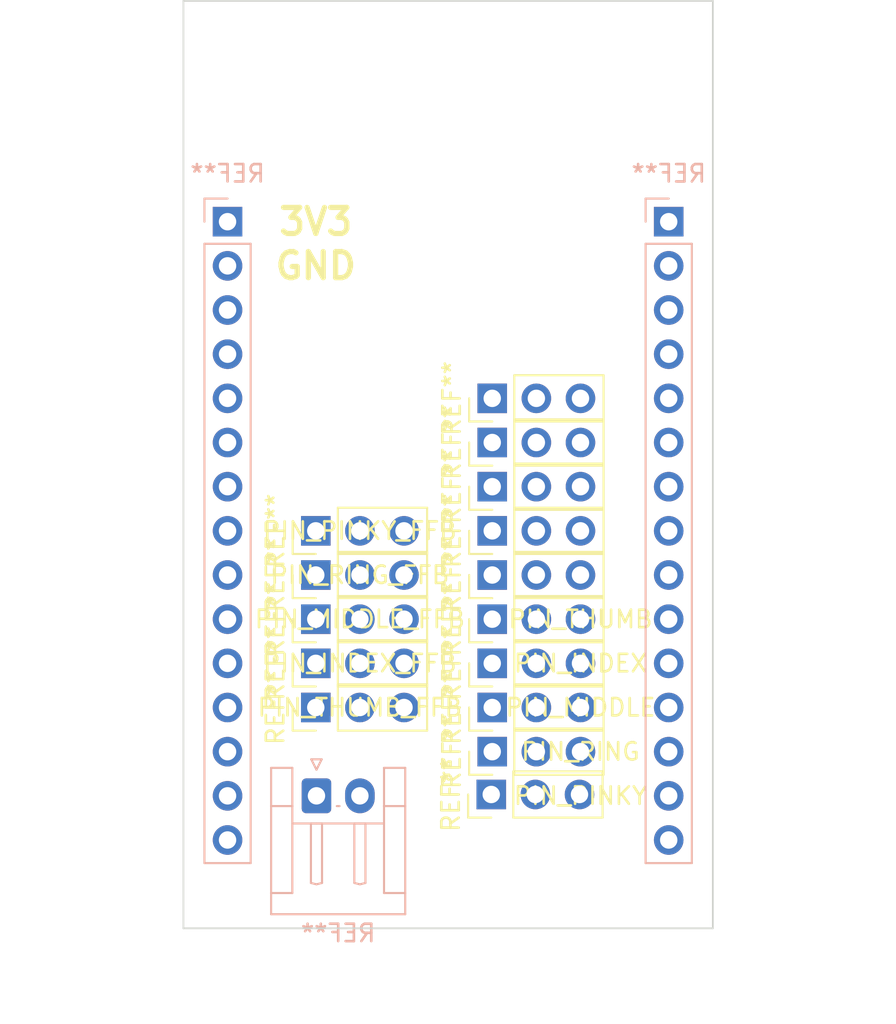
<source format=kicad_pcb>
(kicad_pcb (version 20211014) (generator pcbnew)
  (layers (0 "F.Cu" signal) (31 "B.Cu" signal) (34 "B.Paste" user) (35 "F.Paste" user) (36 "B.SilkS" user "B.Silkscreen") (37 "F.SilkS" user "F.Silkscreen") (38 "B.Mask" user) (39 "F.Mask" user) (44 "Edge.Cuts" user))
  (net 0 "")
  (footprint "Connector_PinHeader_2.54mm:PinHeader_1x03_P2.54mm_Vertical" (layer "F.Cu") (at 182.88 109.22 90)
    (fp_text reference "REF**" (at 0 -2.33 90) (layer "F.SilkS"))
    (fp_text value "PinHeader_1x03_P2.54mm_Vertical")
    (fp_line (start 1.33 1.27) (end 1.33 6.41) (layer "F.SilkS") (width 0.12))
    (fp_line (start -1.33 1.27) (end 1.33 1.27) (layer "F.SilkS") (width 0.12))
    (fp_line (start -1.33 -1.33) (end 0 -1.33) (layer "F.SilkS") (width 0.12))
    (fp_line (start -1.33 1.27) (end -1.33 6.41) (layer "F.SilkS") (width 0.12))
    (fp_line (start -1.33 6.41) (end 1.33 6.41) (layer "F.SilkS") (width 0.12))
    (fp_line (start -1.33 0) (end -1.33 -1.33) (layer "F.SilkS") (width 0.12))
    (pad "1" thru_hole rect (at 0 0 90) (size 1.7 1.7) (drill 1) (layers *.Cu *.Mask))
    (pad "2" thru_hole oval (at 0 2.54 90) (size 1.7 1.7) (drill 1) (layers *.Cu *.Mask))
    (pad "3" thru_hole oval (at 0 5.08 90) (size 1.7 1.7) (drill 1) (layers *.Cu *.Mask))
  )
  (footprint "Connector_PinHeader_2.54mm:PinHeader_1x03_P2.54mm_Vertical" (layer "F.Cu") (at 172.72 101.6 90)
    (fp_text reference "REF**" (at 0 -2.33 90) (layer "F.SilkS"))
    (fp_text value "PinHeader_1x03_P2.54mm_Vertical")
    (fp_line (start 1.33 1.27) (end 1.33 6.41) (layer "F.SilkS") (width 0.12))
    (fp_line (start -1.33 1.27) (end 1.33 1.27) (layer "F.SilkS") (width 0.12))
    (fp_line (start -1.33 -1.33) (end 0 -1.33) (layer "F.SilkS") (width 0.12))
    (fp_line (start -1.33 1.27) (end -1.33 6.41) (layer "F.SilkS") (width 0.12))
    (fp_line (start -1.33 6.41) (end 1.33 6.41) (layer "F.SilkS") (width 0.12))
    (fp_line (start -1.33 0) (end -1.33 -1.33) (layer "F.SilkS") (width 0.12))
    (pad "1" thru_hole rect (at 0 0 90) (size 1.7 1.7) (drill 1) (layers *.Cu *.Mask))
    (pad "2" thru_hole oval (at 0 2.54 90) (size 1.7 1.7) (drill 1) (layers *.Cu *.Mask))
    (pad "3" thru_hole oval (at 0 5.08 90) (size 1.7 1.7) (drill 1) (layers *.Cu *.Mask))
  )
  (footprint "Connector_PinHeader_2.54mm:PinHeader_1x03_P2.54mm_Vertical" (layer "F.Cu") (at 182.88 93.98 90)
    (fp_text reference "REF**" (at 0 -2.33 90) (layer "F.SilkS"))
    (fp_text value "PinHeader_1x03_P2.54mm_Vertical")
    (fp_line (start 1.33 1.27) (end 1.33 6.41) (layer "F.SilkS") (width 0.12))
    (fp_line (start -1.33 1.27) (end 1.33 1.27) (layer "F.SilkS") (width 0.12))
    (fp_line (start -1.33 -1.33) (end 0 -1.33) (layer "F.SilkS") (width 0.12))
    (fp_line (start -1.33 1.27) (end -1.33 6.41) (layer "F.SilkS") (width 0.12))
    (fp_line (start -1.33 6.41) (end 1.33 6.41) (layer "F.SilkS") (width 0.12))
    (fp_line (start -1.33 0) (end -1.33 -1.33) (layer "F.SilkS") (width 0.12))
    (pad "1" thru_hole rect (at 0 0 90) (size 1.7 1.7) (drill 1) (layers *.Cu *.Mask))
    (pad "2" thru_hole oval (at 0 2.54 90) (size 1.7 1.7) (drill 1) (layers *.Cu *.Mask))
    (pad "3" thru_hole oval (at 0 5.08 90) (size 1.7 1.7) (drill 1) (layers *.Cu *.Mask))
  )
  (footprint "Connector_PinHeader_2.54mm:PinHeader_1x03_P2.54mm_Vertical" (layer "F.Cu") (at 182.88 106.68 90)
    (fp_text reference "REF**" (at 0 -2.33 90) (layer "F.SilkS"))
    (fp_text value "PinHeader_1x03_P2.54mm_Vertical")
    (fp_line (start 1.33 1.27) (end 1.33 6.41) (layer "F.SilkS") (width 0.12))
    (fp_line (start -1.33 1.27) (end 1.33 1.27) (layer "F.SilkS") (width 0.12))
    (fp_line (start -1.33 -1.33) (end 0 -1.33) (layer "F.SilkS") (width 0.12))
    (fp_line (start -1.33 1.27) (end -1.33 6.41) (layer "F.SilkS") (width 0.12))
    (fp_line (start -1.33 6.41) (end 1.33 6.41) (layer "F.SilkS") (width 0.12))
    (fp_line (start -1.33 0) (end -1.33 -1.33) (layer "F.SilkS") (width 0.12))
    (pad "1" thru_hole rect (at 0 0 90) (size 1.7 1.7) (drill 1) (layers *.Cu *.Mask))
    (pad "2" thru_hole oval (at 0 2.54 90) (size 1.7 1.7) (drill 1) (layers *.Cu *.Mask))
    (pad "3" thru_hole oval (at 0 5.08 90) (size 1.7 1.7) (drill 1) (layers *.Cu *.Mask))
  )
  (footprint "Connector_PinHeader_2.54mm:PinHeader_1x03_P2.54mm_Vertical" (layer "F.Cu") (at 182.88 91.44 90)
    (fp_text reference "REF**" (at 0 -2.33 90) (layer "F.SilkS"))
    (fp_text value "PinHeader_1x03_P2.54mm_Vertical")
    (fp_line (start 1.33 1.27) (end 1.33 6.41) (layer "F.SilkS") (width 0.12))
    (fp_line (start -1.33 1.27) (end 1.33 1.27) (layer "F.SilkS") (width 0.12))
    (fp_line (start -1.33 -1.33) (end 0 -1.33) (layer "F.SilkS") (width 0.12))
    (fp_line (start -1.33 1.27) (end -1.33 6.41) (layer "F.SilkS") (width 0.12))
    (fp_line (start -1.33 6.41) (end 1.33 6.41) (layer "F.SilkS") (width 0.12))
    (fp_line (start -1.33 0) (end -1.33 -1.33) (layer "F.SilkS") (width 0.12))
    (pad "1" thru_hole rect (at 0 0 90) (size 1.7 1.7) (drill 1) (layers *.Cu *.Mask))
    (pad "2" thru_hole oval (at 0 2.54 90) (size 1.7 1.7) (drill 1) (layers *.Cu *.Mask))
    (pad "3" thru_hole oval (at 0 5.08 90) (size 1.7 1.7) (drill 1) (layers *.Cu *.Mask))
  )
  (footprint "Connector_PinHeader_2.54mm:PinHeader_1x03_P2.54mm_Vertical" (layer "F.Cu") (at 182.88 104.14 90)
    (fp_text reference "REF**" (at 0 -2.33 90) (layer "F.SilkS"))
    (fp_text value "PinHeader_1x03_P2.54mm_Vertical")
    (fp_line (start 1.33 1.27) (end 1.33 6.41) (layer "F.SilkS") (width 0.12))
    (fp_line (start -1.33 1.27) (end 1.33 1.27) (layer "F.SilkS") (width 0.12))
    (fp_line (start -1.33 -1.33) (end 0 -1.33) (layer "F.SilkS") (width 0.12))
    (fp_line (start -1.33 1.27) (end -1.33 6.41) (layer "F.SilkS") (width 0.12))
    (fp_line (start -1.33 6.41) (end 1.33 6.41) (layer "F.SilkS") (width 0.12))
    (fp_line (start -1.33 0) (end -1.33 -1.33) (layer "F.SilkS") (width 0.12))
    (pad "1" thru_hole rect (at 0 0 90) (size 1.7 1.7) (drill 1) (layers *.Cu *.Mask))
    (pad "2" thru_hole oval (at 0 2.54 90) (size 1.7 1.7) (drill 1) (layers *.Cu *.Mask))
    (pad "3" thru_hole oval (at 0 5.08 90) (size 1.7 1.7) (drill 1) (layers *.Cu *.Mask))
  )
  (footprint "Connector_PinHeader_2.54mm:PinHeader_1x03_P2.54mm_Vertical" (layer "F.Cu") (at 182.822733 114.222628 90)
    (fp_text reference "REF**" (at 0 -2.33 90) (layer "F.SilkS"))
    (fp_text value "PinHeader_1x03_P2.54mm_Vertical")
    (fp_line (start 1.33 1.27) (end 1.33 6.41) (layer "F.SilkS") (width 0.12))
    (fp_line (start -1.33 1.27) (end 1.33 1.27) (layer "F.SilkS") (width 0.12))
    (fp_line (start -1.33 -1.33) (end 0 -1.33) (layer "F.SilkS") (width 0.12))
    (fp_line (start -1.33 1.27) (end -1.33 6.41) (layer "F.SilkS") (width 0.12))
    (fp_line (start -1.33 6.41) (end 1.33 6.41) (layer "F.SilkS") (width 0.12))
    (fp_line (start -1.33 0) (end -1.33 -1.33) (layer "F.SilkS") (width 0.12))
    (pad "1" thru_hole rect (at 0 0 90) (size 1.7 1.7) (drill 1) (layers *.Cu *.Mask))
    (pad "2" thru_hole oval (at 0 2.54 90) (size 1.7 1.7) (drill 1) (layers *.Cu *.Mask))
    (pad "3" thru_hole oval (at 0 5.08 90) (size 1.7 1.7) (drill 1) (layers *.Cu *.Mask))
  )
  (footprint "Connector_PinHeader_2.54mm:PinHeader_1x03_P2.54mm_Vertical" (layer "F.Cu") (at 172.72 104.14 90)
    (fp_text reference "REF**" (at 0 -2.33 90) (layer "F.SilkS"))
    (fp_text value "PinHeader_1x03_P2.54mm_Vertical")
    (fp_line (start 1.33 1.27) (end 1.33 6.41) (layer "F.SilkS") (width 0.12))
    (fp_line (start -1.33 1.27) (end 1.33 1.27) (layer "F.SilkS") (width 0.12))
    (fp_line (start -1.33 -1.33) (end 0 -1.33) (layer "F.SilkS") (width 0.12))
    (fp_line (start -1.33 1.27) (end -1.33 6.41) (layer "F.SilkS") (width 0.12))
    (fp_line (start -1.33 6.41) (end 1.33 6.41) (layer "F.SilkS") (width 0.12))
    (fp_line (start -1.33 0) (end -1.33 -1.33) (layer "F.SilkS") (width 0.12))
    (pad "1" thru_hole rect (at 0 0 90) (size 1.7 1.7) (drill 1) (layers *.Cu *.Mask))
    (pad "2" thru_hole oval (at 0 2.54 90) (size 1.7 1.7) (drill 1) (layers *.Cu *.Mask))
    (pad "3" thru_hole oval (at 0 5.08 90) (size 1.7 1.7) (drill 1) (layers *.Cu *.Mask))
  )
  (footprint "Connector_PinHeader_2.54mm:PinHeader_1x03_P2.54mm_Vertical" (layer "F.Cu") (at 182.88 101.6 90)
    (fp_text reference "REF**" (at 0 -2.33 90) (layer "F.SilkS"))
    (fp_text value "PinHeader_1x03_P2.54mm_Vertical")
    (fp_line (start 1.33 1.27) (end 1.33 6.41) (layer "F.SilkS") (width 0.12))
    (fp_line (start -1.33 1.27) (end 1.33 1.27) (layer "F.SilkS") (width 0.12))
    (fp_line (start -1.33 -1.33) (end 0 -1.33) (layer "F.SilkS") (width 0.12))
    (fp_line (start -1.33 1.27) (end -1.33 6.41) (layer "F.SilkS") (width 0.12))
    (fp_line (start -1.33 6.41) (end 1.33 6.41) (layer "F.SilkS") (width 0.12))
    (fp_line (start -1.33 0) (end -1.33 -1.33) (layer "F.SilkS") (width 0.12))
    (pad "1" thru_hole rect (at 0 0 90) (size 1.7 1.7) (drill 1) (layers *.Cu *.Mask))
    (pad "2" thru_hole oval (at 0 2.54 90) (size 1.7 1.7) (drill 1) (layers *.Cu *.Mask))
    (pad "3" thru_hole oval (at 0 5.08 90) (size 1.7 1.7) (drill 1) (layers *.Cu *.Mask))
  )
  (footprint "Connector_PinHeader_2.54mm:PinHeader_1x03_P2.54mm_Vertical" (layer "F.Cu") (at 182.88 99.06 90)
    (fp_text reference "REF**" (at 0 -2.33 90) (layer "F.SilkS"))
    (fp_text value "PinHeader_1x03_P2.54mm_Vertical")
    (fp_line (start 1.33 1.27) (end 1.33 6.41) (layer "F.SilkS") (width 0.12))
    (fp_line (start -1.33 1.27) (end 1.33 1.27) (layer "F.SilkS") (width 0.12))
    (fp_line (start -1.33 -1.33) (end 0 -1.33) (layer "F.SilkS") (width 0.12))
    (fp_line (start -1.33 1.27) (end -1.33 6.41) (layer "F.SilkS") (width 0.12))
    (fp_line (start -1.33 6.41) (end 1.33 6.41) (layer "F.SilkS") (width 0.12))
    (fp_line (start -1.33 0) (end -1.33 -1.33) (layer "F.SilkS") (width 0.12))
    (pad "1" thru_hole rect (at 0 0 90) (size 1.7 1.7) (drill 1) (layers *.Cu *.Mask))
    (pad "2" thru_hole oval (at 0 2.54 90) (size 1.7 1.7) (drill 1) (layers *.Cu *.Mask))
    (pad "3" thru_hole oval (at 0 5.08 90) (size 1.7 1.7) (drill 1) (layers *.Cu *.Mask))
  )
  (footprint "Connector_PinHeader_2.54mm:PinHeader_1x03_P2.54mm_Vertical" (layer "F.Cu") (at 182.88 96.52 90)
    (fp_text reference "REF**" (at 0 -2.33 90) (layer "F.SilkS"))
    (fp_text value "PinHeader_1x03_P2.54mm_Vertical")
    (fp_line (start 1.33 1.27) (end 1.33 6.41) (layer "F.SilkS") (width 0.12))
    (fp_line (start -1.33 1.27) (end 1.33 1.27) (layer "F.SilkS") (width 0.12))
    (fp_line (start -1.33 -1.33) (end 0 -1.33) (layer "F.SilkS") (width 0.12))
    (fp_line (start -1.33 1.27) (end -1.33 6.41) (layer "F.SilkS") (width 0.12))
    (fp_line (start -1.33 6.41) (end 1.33 6.41) (layer "F.SilkS") (width 0.12))
    (fp_line (start -1.33 0) (end -1.33 -1.33) (layer "F.SilkS") (width 0.12))
    (pad "1" thru_hole rect (at 0 0 90) (size 1.7 1.7) (drill 1) (layers *.Cu *.Mask))
    (pad "2" thru_hole oval (at 0 2.54 90) (size 1.7 1.7) (drill 1) (layers *.Cu *.Mask))
    (pad "3" thru_hole oval (at 0 5.08 90) (size 1.7 1.7) (drill 1) (layers *.Cu *.Mask))
  )
  (footprint "Connector_PinHeader_2.54mm:PinHeader_1x03_P2.54mm_Vertical" (layer "F.Cu") (at 172.72 99.06 90)
    (fp_text reference "REF**" (at 0 -2.33 90) (layer "F.SilkS"))
    (fp_text value "PinHeader_1x03_P2.54mm_Vertical")
    (fp_line (start 1.33 1.27) (end 1.33 6.41) (layer "F.SilkS") (width 0.12))
    (fp_line (start -1.33 1.27) (end 1.33 1.27) (layer "F.SilkS") (width 0.12))
    (fp_line (start -1.33 -1.33) (end 0 -1.33) (layer "F.SilkS") (width 0.12))
    (fp_line (start -1.33 1.27) (end -1.33 6.41) (layer "F.SilkS") (width 0.12))
    (fp_line (start -1.33 6.41) (end 1.33 6.41) (layer "F.SilkS") (width 0.12))
    (fp_line (start -1.33 0) (end -1.33 -1.33) (layer "F.SilkS") (width 0.12))
    (pad "1" thru_hole rect (at 0 0 90) (size 1.7 1.7) (drill 1) (layers *.Cu *.Mask))
    (pad "2" thru_hole oval (at 0 2.54 90) (size 1.7 1.7) (drill 1) (layers *.Cu *.Mask))
    (pad "3" thru_hole oval (at 0 5.08 90) (size 1.7 1.7) (drill 1) (layers *.Cu *.Mask))
  )
  (footprint "Connector_PinHeader_2.54mm:PinHeader_1x03_P2.54mm_Vertical" (layer "F.Cu") (at 182.88 111.76 90)
    (fp_text reference "REF**" (at 0 -2.33 90) (layer "F.SilkS"))
    (fp_text value "PinHeader_1x03_P2.54mm_Vertical")
    (fp_line (start 1.33 1.27) (end 1.33 6.41) (layer "F.SilkS") (width 0.12))
    (fp_line (start -1.33 1.27) (end 1.33 1.27) (layer "F.SilkS") (width 0.12))
    (fp_line (start -1.33 -1.33) (end 0 -1.33) (layer "F.SilkS") (width 0.12))
    (fp_line (start -1.33 1.27) (end -1.33 6.41) (layer "F.SilkS") (width 0.12))
    (fp_line (start -1.33 6.41) (end 1.33 6.41) (layer "F.SilkS") (width 0.12))
    (fp_line (start -1.33 0) (end -1.33 -1.33) (layer "F.SilkS") (width 0.12))
    (pad "1" thru_hole rect (at 0 0 90) (size 1.7 1.7) (drill 1) (layers *.Cu *.Mask))
    (pad "2" thru_hole oval (at 0 2.54 90) (size 1.7 1.7) (drill 1) (layers *.Cu *.Mask))
    (pad "3" thru_hole oval (at 0 5.08 90) (size 1.7 1.7) (drill 1) (layers *.Cu *.Mask))
  )
  (footprint "Connector_PinHeader_2.54mm:PinHeader_1x03_P2.54mm_Vertical" (layer "F.Cu") (at 172.72 109.22 90)
    (fp_text reference "REF**" (at 0 -2.33 90) (layer "F.SilkS"))
    (fp_text value "PinHeader_1x03_P2.54mm_Vertical")
    (fp_line (start 1.33 1.27) (end 1.33 6.41) (layer "F.SilkS") (width 0.12))
    (fp_line (start -1.33 1.27) (end 1.33 1.27) (layer "F.SilkS") (width 0.12))
    (fp_line (start -1.33 -1.33) (end 0 -1.33) (layer "F.SilkS") (width 0.12))
    (fp_line (start -1.33 1.27) (end -1.33 6.41) (layer "F.SilkS") (width 0.12))
    (fp_line (start -1.33 6.41) (end 1.33 6.41) (layer "F.SilkS") (width 0.12))
    (fp_line (start -1.33 0) (end -1.33 -1.33) (layer "F.SilkS") (width 0.12))
    (pad "1" thru_hole rect (at 0 0 90) (size 1.7 1.7) (drill 1) (layers *.Cu *.Mask))
    (pad "2" thru_hole oval (at 0 2.54 90) (size 1.7 1.7) (drill 1) (layers *.Cu *.Mask))
    (pad "3" thru_hole oval (at 0 5.08 90) (size 1.7 1.7) (drill 1) (layers *.Cu *.Mask))
  )
  (footprint "Connector_PinHeader_2.54mm:PinHeader_1x03_P2.54mm_Vertical" (layer "F.Cu") (at 172.72 106.68 90)
    (fp_text reference "REF**" (at 0 -2.33 90) (layer "F.SilkS"))
    (fp_text value "PinHeader_1x03_P2.54mm_Vertical")
    (fp_line (start 1.33 1.27) (end 1.33 6.41) (layer "F.SilkS") (width 0.12))
    (fp_line (start -1.33 1.27) (end 1.33 1.27) (layer "F.SilkS") (width 0.12))
    (fp_line (start -1.33 -1.33) (end 0 -1.33) (layer "F.SilkS") (width 0.12))
    (fp_line (start -1.33 1.27) (end -1.33 6.41) (layer "F.SilkS") (width 0.12))
    (fp_line (start -1.33 6.41) (end 1.33 6.41) (layer "F.SilkS") (width 0.12))
    (fp_line (start -1.33 0) (end -1.33 -1.33) (layer "F.SilkS") (width 0.12))
    (pad "1" thru_hole rect (at 0 0 90) (size 1.7 1.7) (drill 1) (layers *.Cu *.Mask))
    (pad "2" thru_hole oval (at 0 2.54 90) (size 1.7 1.7) (drill 1) (layers *.Cu *.Mask))
    (pad "3" thru_hole oval (at 0 5.08 90) (size 1.7 1.7) (drill 1) (layers *.Cu *.Mask))
  )
  (footprint "Connector_JST:JST_EH_S2B-EH_1x02_P2.50mm_Horizontal" (layer "B.Cu") (at 172.76 114.3)
    (fp_text reference "REF**" (at 1.25 7.9) (layer "B.SilkS") (effects (justify mirror)))
    (fp_text value "JST_EH_S2B-EH_1x02_P2.50mm_Horizontal")
    (fp_line (start -0.3 -2.1) (end 0.3 -2.1) (layer "B.SilkS") (width 0.12))
    (fp_line (start 2.82 5.01) (end 2.82 1.59) (layer "B.SilkS") (width 0.12))
    (fp_line (start -1.39 0.59) (end -1.39 -1.61) (layer "B.SilkS") (width 0.12))
    (fp_line (start 5.11 -1.61) (end 3.89 -1.61) (layer "B.SilkS") (width 0.12))
    (fp_line (start -1.39 5.59) (end -1.39 0.59) (layer "B.SilkS") (width 0.12))
    (fp_line (start -2.61 -1.61) (end -2.61 6.81) (layer "B.SilkS") (width 0.12))
    (fp_line (start 0 1.59) (end -0.32 1.59) (layer "B.SilkS") (width 0.12))
    (fp_line (start 0.3 -2.1) (end 0 -1.5) (layer "B.SilkS") (width 0.12))
    (fp_line (start 2.18 5.01) (end 2.5 5.09) (layer "B.SilkS") (width 0.12))
    (fp_line (start 3.89 0.59) (end 5.11 0.59) (layer "B.SilkS") (width 0.12))
    (fp_line (start -0.32 5.01) (end 0 5.09) (layer "B.SilkS") (width 0.12))
    (fp_line (start 2.5 5.09) (end 2.82 5.01) (layer "B.SilkS") (width 0.12))
    (fp_line (start 5.11 6.81) (end 5.11 -1.61) (layer "B.SilkS") (width 0.12))
    (fp_line (start 0 -1.5) (end -0.3 -2.1) (layer "B.SilkS") (width 0.12))
    (fp_line (start 3.89 -1.61) (end 3.89 0.59) (layer "B.SilkS") (width 0.12))
    (fp_line (start 3.89 5.59) (end 3.89 0.59) (layer "B.SilkS") (width 0.12))
    (fp_line (start 2.5 1.59) (end 2.18 1.59) (layer "B.SilkS") (width 0.12))
    (fp_line (start -1.39 -1.61) (end -2.61 -1.61) (layer "B.SilkS") (width 0.12))
    (fp_line (start -2.61 6.81) (end 5.11 6.81) (layer "B.SilkS") (width 0.12))
    (fp_line (start -0.32 1.59) (end -0.32 5.01) (layer "B.SilkS") (width 0.12))
    (fp_line (start 1.17 0.59) (end 1.33 0.59) (layer "B.SilkS") (width 0.12))
    (fp_line (start -1.39 0.59) (end -2.61 0.59) (layer "B.SilkS") (width 0.12))
    (fp_line (start 5.11 5.59) (end 3.89 5.59) (layer "B.SilkS") (width 0.12))
    (fp_line (start -2.61 5.59) (end -1.39 5.59) (layer "B.SilkS") (width 0.12))
    (fp_line (start 0.32 5.01) (end 0.32 1.59) (layer "B.SilkS") (width 0.12))
    (fp_line (start 0 5.09) (end 0.32 5.01) (layer "B.SilkS") (width 0.12))
    (fp_line (start 2.82 1.59) (end 2.5 1.59) (layer "B.SilkS") (width 0.12))
    (fp_line (start 2.18 1.59) (end 2.18 5.01) (layer "B.SilkS") (width 0.12))
    (fp_line (start -1.39 1.59) (end 3.89 1.59) (layer "B.SilkS") (width 0.12))
    (fp_line (start 0.32 1.59) (end 0 1.59) (layer "B.SilkS") (width 0.12))
    (pad "1" thru_hole roundrect (at 0 0) (size 1.7 2) (drill 1) (layers *.Cu *.Mask) (roundrect_rratio 0.147059))
    (pad "2" thru_hole oval (at 2.5 0) (size 1.7 2) (drill 1) (layers *.Cu *.Mask))
  )
  (footprint "Connector_PinSocket_2.54mm:PinSocket_1x15_P2.54mm_Vertical" (layer "B.Cu") (at 193.04 81.28 180)
    (fp_text reference "REF**" (at 0 2.77) (layer "B.SilkS") (effects (justify mirror)))
    (fp_text value "PinSocket_1x15_P2.54mm_Vertical")
    (fp_line (start -1.33 -36.89) (end 1.33 -36.89) (layer "B.SilkS") (width 0.12))
    (fp_line (start 1.33 -1.27) (end 1.33 -36.89) (layer "B.SilkS") (width 0.12))
    (fp_line (start 1.33 1.33) (end 1.33 0) (layer "B.SilkS") (width 0.12))
    (fp_line (start -1.33 -1.27) (end 1.33 -1.27) (layer "B.SilkS") (width 0.12))
    (fp_line (start 0 1.33) (end 1.33 1.33) (layer "B.SilkS") (width 0.12))
    (fp_line (start -1.33 -1.27) (end -1.33 -36.89) (layer "B.SilkS") (width 0.12))
    (pad "1" thru_hole rect (at 0 0 180) (size 1.7 1.7) (drill 1) (layers *.Cu *.Mask))
    (pad "2" thru_hole oval (at 0 -2.54 180) (size 1.7 1.7) (drill 1) (layers *.Cu *.Mask))
    (pad "3" thru_hole oval (at 0 -5.08 180) (size 1.7 1.7) (drill 1) (layers *.Cu *.Mask))
    (pad "4" thru_hole oval (at 0 -7.62 180) (size 1.7 1.7) (drill 1) (layers *.Cu *.Mask))
    (pad "5" thru_hole oval (at 0 -10.16 180) (size 1.7 1.7) (drill 1) (layers *.Cu *.Mask))
    (pad "6" thru_hole oval (at 0 -12.7 180) (size 1.7 1.7) (drill 1) (layers *.Cu *.Mask))
    (pad "7" thru_hole oval (at 0 -15.24 180) (size 1.7 1.7) (drill 1) (layers *.Cu *.Mask))
    (pad "8" thru_hole oval (at 0 -17.78 180) (size 1.7 1.7) (drill 1) (layers *.Cu *.Mask))
    (pad "9" thru_hole oval (at 0 -20.32 180) (size 1.7 1.7) (drill 1) (layers *.Cu *.Mask))
    (pad "10" thru_hole oval (at 0 -22.86 180) (size 1.7 1.7) (drill 1) (layers *.Cu *.Mask))
    (pad "11" thru_hole oval (at 0 -25.4 180) (size 1.7 1.7) (drill 1) (layers *.Cu *.Mask))
    (pad "12" thru_hole oval (at 0 -27.94 180) (size 1.7 1.7) (drill 1) (layers *.Cu *.Mask))
    (pad "13" thru_hole oval (at 0 -30.48 180) (size 1.7 1.7) (drill 1) (layers *.Cu *.Mask))
    (pad "14" thru_hole oval (at 0 -33.02 180) (size 1.7 1.7) (drill 1) (layers *.Cu *.Mask))
    (pad "15" thru_hole oval (at 0 -35.56 180) (size 1.7 1.7) (drill 1) (layers *.Cu *.Mask))
  )
  (footprint "Connector_PinSocket_2.54mm:PinSocket_1x15_P2.54mm_Vertical" (layer "B.Cu") (at 167.64 81.28 180)
    (fp_text reference "REF**" (at 0 2.77) (layer "B.SilkS") (effects (justify mirror)))
    (fp_text value "PinSocket_1x15_P2.54mm_Vertical")
    (fp_line (start -1.33 -1.27) (end -1.33 -36.89) (layer "B.SilkS") (width 0.12))
    (fp_line (start 1.33 -1.27) (end 1.33 -36.89) (layer "B.SilkS") (width 0.12))
    (fp_line (start -1.33 -1.27) (end 1.33 -1.27) (layer "B.SilkS") (width 0.12))
    (fp_line (start -1.33 -36.89) (end 1.33 -36.89) (layer "B.SilkS") (width 0.12))
    (fp_line (start 1.33 1.33) (end 1.33 0) (layer "B.SilkS") (width 0.12))
    (fp_line (start 0 1.33) (end 1.33 1.33) (layer "B.SilkS") (width 0.12))
    (pad "1" thru_hole rect (at 0 0 180) (size 1.7 1.7) (drill 1) (layers *.Cu *.Mask))
    (pad "2" thru_hole oval (at 0 -2.54 180) (size 1.7 1.7) (drill 1) (layers *.Cu *.Mask))
    (pad "3" thru_hole oval (at 0 -5.08 180) (size 1.7 1.7) (drill 1) (layers *.Cu *.Mask))
    (pad "4" thru_hole oval (at 0 -7.62 180) (size 1.7 1.7) (drill 1) (layers *.Cu *.Mask))
    (pad "5" thru_hole oval (at 0 -10.16 180) (size 1.7 1.7) (drill 1) (layers *.Cu *.Mask))
    (pad "6" thru_hole oval (at 0 -12.7 180) (size 1.7 1.7) (drill 1) (layers *.Cu *.Mask))
    (pad "7" thru_hole oval (at 0 -15.24 180) (size 1.7 1.7) (drill 1) (layers *.Cu *.Mask))
    (pad "8" thru_hole oval (at 0 -17.78 180) (size 1.7 1.7) (drill 1) (layers *.Cu *.Mask))
    (pad "9" thru_hole oval (at 0 -20.32 180) (size 1.7 1.7) (drill 1) (layers *.Cu *.Mask))
    (pad "10" thru_hole oval (at 0 -22.86 180) (size 1.7 1.7) (drill 1) (layers *.Cu *.Mask))
    (pad "11" thru_hole oval (at 0 -25.4 180) (size 1.7 1.7) (drill 1) (layers *.Cu *.Mask))
    (pad "12" thru_hole oval (at 0 -27.94 180) (size 1.7 1.7) (drill 1) (layers *.Cu *.Mask))
    (pad "13" thru_hole oval (at 0 -30.48 180) (size 1.7 1.7) (drill 1) (layers *.Cu *.Mask))
    (pad "14" thru_hole oval (at 0 -33.02 180) (size 1.7 1.7) (drill 1) (layers *.Cu *.Mask))
    (pad "15" thru_hole oval (at 0 -35.56 180) (size 1.7 1.7) (drill 1) (layers *.Cu *.Mask))
  )
  (gr_line (start 195.58 68.58) (end 195.58 121.92) (layer "Edge.Cuts") (width 0.1))
  (gr_line (start 165.1 121.92) (end 165.1 68.58) (layer "Edge.Cuts") (width 0.1))
  (gr_line (start 165.1 68.58) (end 195.58 68.58) (layer "Edge.Cuts") (width 0.1))
  (gr_line (start 195.58 121.92) (end 165.1 121.92) (layer "Edge.Cuts") (width 0.1))
  (gr_text "GND\n" (at 172.72 83.82) (layer "F.SilkS") (effects (font (size 1.5 1.5) (thickness 0.3))))
  (gr_text "PIN_INDEX" (at 187.96 106.68) (layer "F.SilkS") (effects (font (size 1 1))))
  (gr_text "PIN_RING_FFB\n" (at 175.26 101.6) (layer "F.SilkS") (effects (font (size 1 1))))
  (gr_text "PIN_INDEX_FFB\n" (at 175.26 106.68) (layer "F.SilkS") (effects (font (size 1 1))))
  (gr_text "PIN_PINKY\n" (at 187.96 114.3) (layer "F.SilkS") (effects (font (size 1 1))))
  (gr_text "PIN_RING\n" (at 187.96 111.76) (layer "F.SilkS") (effects (font (size 1 1))))
  (gr_text "PIN_THUMB_FFB\n" (at 175.26 109.22) (layer "F.SilkS") (effects (font (size 1 1))))
  (gr_text "PIN_PINKY_FFB\n" (at 175.26 99.06) (layer "F.SilkS") (effects (font (size 1 1))))
  (gr_text "PIN_THUMB" (at 187.96 104.14) (layer "F.SilkS") (effects (font (size 1 1))))
  (gr_text "PIN_MIDDLE_FFB\n" (at 175.26 104.14) (layer "F.SilkS") (effects (font (size 1 1))))
  (gr_text "3V3" (at 172.72 81.28) (layer "F.SilkS") (effects (font (size 1.5 1.5) (thickness 0.3))))
  (gr_text "PIN_MIDDLE\n" (at 187.96 109.22) (layer "F.SilkS") (effects (font (size 1 1))))
)
</source>
